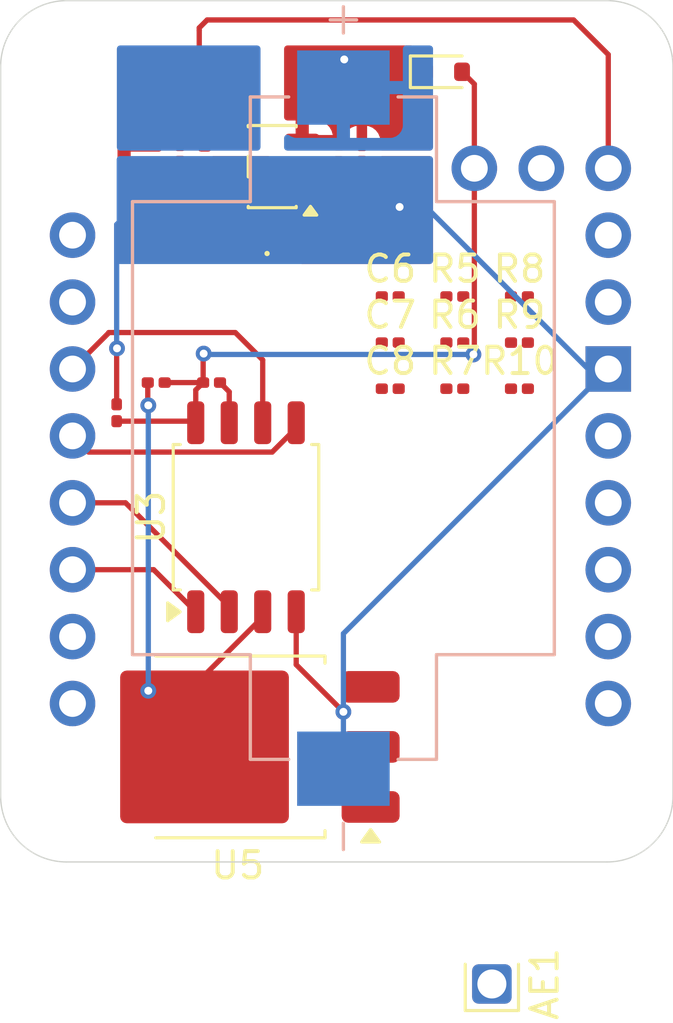
<source format=kicad_pcb>
(kicad_pcb (version 20241229) (generator "pcbnew") (generator_version "9.0")
  (layers (0 "F.Cu" signal) (4 "In1.Cu" signal) (6 "In2.Cu" signal) (2 "B.Cu" signal) (13 "F.Paste" user) (15 "B.Paste" user) (5 "F.SilkS" user "F.Silkscreen") (7 "B.SilkS" user "B.Silkscreen") (1 "F.Mask" user) (3 "B.Mask" user) (25 "Edge.Cuts" user))
  (net 0 "")
  (net 1 "Net-(AE1-A)")
  (net 2 "Net-(U1-PROG)")
  (net 3 "VIN")
  (net 4 "0{slash}LPIO3")
  (net 5 "VBAT")
  (net 6 "Net-(D1-K)")
  (net 7 "2{slash}LPIO1{slash}TX")
  (net 8 "1{slash}LPIO2{slash}RX")
  (net 9 "5{slash}LPIO0")
  (net 10 "Net-(U1-STAT)")
  (net 11 "Net-(U3-~{WP}{slash}IO_{2})")
  (net 12 "Net-(U3-~{HOLD}{slash}~{RESET}{slash}IO_{3})")
  (net 15 "11{slash}A1")
  (net 16 "VDDIO_EXT")
  (net 18 "10{slash}A0")
  (net 19 "3{slash}SCL1")
  (net 20 "4{slash}SDA1")
  (net 21 "7{slash}CIPO")
  (net 22 "6{slash}CS")
  (net 23 "9{slash}SCLK")
  (net 24 "8{slash}COPI")
  (net 25 "DIODE")
  (net 26 "FORCE-")
  (net 27 "FORCE+")
  (net 28 "STRAIN+")
  (net 29 "STRAIN-")
  (net 30 "VRF")
  (footprint "Resistor_SMD:R_0201_0603Metric" (layer "F.Cu") (at 225.845 82.05)
    (property "Reference" "R9" (at 0 -1.05 0) (layer "F.SilkS"))
    (property "Value" "Rwire")
    (pad "1" smd roundrect (at -0.32 0) (size 0.46 0.4) (layers "F.Cu" "F.Mask") (net 29 "STRAIN-"))
    (pad "2" smd roundrect (at 0.32 0) (size 0.46 0.4) (layers "F.Cu" "F.Mask") (net 26 "FORCE-"))
  )
  (footprint "Resistor_SMD:R_0201_0603Metric" (layer "F.Cu") (at 223.395 83.8)
    (property "Reference" "R7" (at 0 -1.05 0) (layer "F.SilkS"))
    (property "Value" "100")
    (pad "1" smd roundrect (at -0.32 0) (size 0.46 0.4) (layers "F.Cu" "F.Mask") (net 5 "VBAT"))
    (pad "2" smd roundrect (at 0.32 0) (size 0.46 0.4) (layers "F.Cu" "F.Mask") (net 19 "3{slash}SCL1"))
  )
  (footprint "Resistor_SMD:R_0201_0603Metric" (layer "F.Cu") (at 216.967767 78.222767 90)
    (property "Reference" "R2" (hide yes))
    (property "Value" "470 Ω" (hide yes))
    (pad "1" smd roundrect (at -0.32 0 90) (size 0.46 0.4) (layers "F.Cu" "F.Mask") (net 6 "Net-(D1-K)"))
    (pad "2" smd roundrect (at 0.32 0 90) (size 0.46 0.4) (layers "F.Cu" "F.Mask") (net 10 "Net-(U1-STAT)"))
  )
  (footprint "Capacitor_SMD:C_0201_0603Metric" (layer "F.Cu") (at 220.945 80.3)
    (property "Reference" "C6" (at 0 -1.05 0) (layer "F.SilkS"))
    (property "Value" "1 uF")
    (pad "1" smd roundrect (at -0.32 0) (size 0.46 0.4) (layers "F.Cu" "F.Mask") (net 26 "FORCE-"))
    (pad "2" smd roundrect (at 0.32 0) (size 0.46 0.4) (layers "F.Cu" "F.Mask") (net 27 "FORCE+"))
  )
  (footprint "Capacitor_SMD:C_0201_0603Metric" (layer "F.Cu") (at 210.567767 84.712767 90)
    (property "Reference" "C4" (hide yes))
    (property "Value" "1 uF" (hide yes))
    (pad "1" smd roundrect (at -0.32 0 90) (size 0.46 0.4) (layers "F.Cu" "F.Mask") (net 5 "VBAT"))
    (pad "2" smd roundrect (at 0.32 0 90) (size 0.46 0.4) (layers "F.Cu" "F.Mask") (net 26 "FORCE-"))
  )
  (footprint "RF_Antenna:NiceRF_SW868-TH13_868Mhz" (layer "F.Cu") (at 224.8 106.4 90)
    (property "Reference" "AE1" (at 0 2 90) (layer "F.SilkS"))
    (property "Value" "Antenna")
    (fp_line (start -1.01 -1.01) (end 0.75 -1.01) (stroke (width 0.12)) (layer "F.SilkS"))
    (fp_line (start 0.75 1.01) (end -1.01 1.01) (stroke (width 0.12)) (layer "F.SilkS"))
    (fp_line (start -1.01 1.01) (end -1.01 -1.01) (stroke (width 0.12)) (layer "F.SilkS"))
    (pad "1" thru_hole roundrect (at 0 0) (size 1.5 1.5) (drill 1.1) (layers "*.Cu" "*.Mask") (roundrect_rratio 0.1640419948) (net 1 "Net-(AE1-A)"))
  )
  (footprint "Resistor_SMD:R_0201_0603Metric" (layer "F.Cu") (at 223.395 82.05)
    (property "Reference" "R6" (at 0 -1.05 0) (layer "F.SilkS"))
    (property "Value" "100")
    (pad "1" smd roundrect (at -0.32 0) (size 0.46 0.4) (layers "F.Cu" "F.Mask") (net 5 "VBAT"))
    (pad "2" smd roundrect (at 0.32 0) (size 0.46 0.4) (layers "F.Cu" "F.Mask") (net 19 "3{slash}SCL1"))
  )
  (footprint "Capacitor_SMD:C_0201_0603Metric" (layer "F.Cu") (at 219.867767 74.867767 -90)
    (property "Reference" "C2" (hide yes))
    (property "Value" "4.7 μF" (hide yes))
    (pad "1" smd roundrect (at -0.32 0 270) (size 0.46 0.4) (layers "F.Cu" "F.Mask") (net 25 "DIODE"))
    (pad "2" smd roundrect (at 0.32 0 270) (size 0.46 0.4) (layers "F.Cu" "F.Mask") (net 26 "FORCE-"))
  )
  (footprint "Package_TO_SOT_SMD:SOT-23-5" (layer "F.Cu") (at 216.467767 75.367767 180)
    (property "Reference" "U1" (hide yes))
    (property "Value" "MCP73831-2-OT" (hide yes))
    (fp_line (start 0.91 1.56) (end -0.91 1.56) (stroke (width 0.12)) (layer "F.SilkS"))
    (fp_line (start 0.91 1.51) (end 0.91 1.56) (stroke (width 0.12)) (layer "F.SilkS"))
    (fp_line (start 0.91 -0.39) (end 0.91 0.39) (stroke (width 0.12)) (layer "F.SilkS"))
    (fp_line (start 0.91 -1.56) (end 0.91 -1.51) (stroke (width 0.12)) (layer "F.SilkS"))
    (fp_line (start -0.91 1.56) (end -0.91 1.51) (stroke (width 0.12)) (layer "F.SilkS"))
    (fp_line (start -0.91 -1.51) (end -0.91 -1.56) (stroke (width 0.12)) (layer "F.SilkS"))
    (fp_line (start -0.91 -1.56) (end 0.91 -1.56) (stroke (width 0.12)) (layer "F.SilkS"))
    (fp_poly (pts (xy -1.45 -1.51) (xy -1.69 -1.84) (xy -1.21 -1.84)) (stroke (width 0.12)) (fill yes) (layer "F.SilkS"))
    (pad "1" smd roundrect (at -1.1375 -0.95 180) (size 1.325 0.6) (layers "F.Cu" "F.Mask" "F.Paste") (net 10 "Net-(U1-STAT)"))
    (pad "2" smd roundrect (at -1.1375 0 180) (size 1.325 0.6) (layers "F.Cu" "F.Mask" "F.Paste") (net 26 "FORCE-"))
    (pad "3" smd roundrect (at -1.1375 0.95 180) (size 1.325 0.6) (layers "F.Cu" "F.Mask" "F.Paste") (net 25 "DIODE"))
    (pad "4" smd roundrect (at 1.1375 0.95 180) (size 1.325 0.6) (layers "F.Cu" "F.Mask" "F.Paste") (net 3 "VIN"))
    (pad "5" smd roundrect (at 1.1375 -0.95 180) (size 1.325 0.6) (layers "F.Cu" "F.Mask" "F.Paste") (net 2 "Net-(U1-PROG)"))
  )
  (footprint "Package_TO_SOT_SMD:TO-252-3_TabPin2" (layer "F.Cu") (at 215.16 97.4 180)
    (property "Reference" "U5" (at 0 -4.5 0) (layer "F.SilkS"))
    (property "Value" "PCC110")
    (fp_line (start 3.11 3.45) (end -3.31 3.45) (stroke (width 0.12)) (layer "F.SilkS"))
    (fp_line (start 3.11 -3.45) (end -3.31 -3.45) (stroke (width 0.12)) (layer "F.SilkS"))
    (fp_line (start -3.31 3.45) (end -3.31 3.18) (stroke (width 0.12)) (layer "F.SilkS"))
    (fp_line (start -3.31 -3.45) (end -3.31 -3.18) (stroke (width 0.12)) (layer "F.SilkS"))
    (fp_poly (pts (xy -5.04 -3.14) (xy -5.38 -3.61) (xy -4.7 -3.61)) (stroke (width 0.12)) (fill yes) (layer "F.SilkS"))
    (pad "1" smd roundrect (at -5.04 -2.28 180) (size 2.2 1.2) (layers "F.Cu" "F.Mask" "F.Paste") (roundrect_rratio 0.208333) (net 1 "Net-(AE1-A)"))
    (pad "2" smd roundrect (at -5.04 0 180) (size 2.2 1.2) (layers "F.Cu" "F.Mask" "F.Paste") (roundrect_rratio 0.208333) (net 26 "FORCE-"))
    (pad "2" smd roundrect (at 1.26 0 180) (size 6.4 5.8) (layers "F.Cu" "F.Mask") (roundrect_rratio 0.043103) (net 26 "FORCE-"))
    (pad "3" smd roundrect (at -5.04 2.28 180) (size 2.2 1.2) (layers "F.Cu" "F.Mask" "F.Paste") (roundrect_rratio 0.208333) (net 30 "VRF"))
  )
  (footprint "Capacitor_SMD:C_0201_0603Metric" (layer "F.Cu") (at 220.945 83.8)
    (property "Reference" "C8" (at 0 -1.05 0) (layer "F.SilkS"))
    (property "Value" "10 uF")
    (pad "1" smd roundrect (at -0.32 0) (size 0.46 0.4) (layers "F.Cu" "F.Mask") (net 27 "FORCE+"))
    (pad "2" smd roundrect (at 0.32 0) (size 0.46 0.4) (layers "F.Cu" "F.Mask") (net 20 "4{slash}SDA1"))
  )
  (footprint "Diode_SMD:D_SOD-523" (layer "F.Cu") (at 222.967767 71.767767)
    (property "Reference" "D2" (hide yes))
    (property "Value" "1N4148WT" (hide yes))
    (fp_line (start -1.26 -0.6) (end -1.26 0.6) (stroke (width 0.12)) (layer "F.SilkS"))
    (fp_line (start 0.7 -0.6) (end -1.26 -0.6) (stroke (width 0.12)) (layer "F.SilkS"))
    (fp_line (start 0.7 0.6) (end -1.26 0.6) (stroke (width 0.12)) (layer "F.SilkS"))
    (pad "1" smd roundrect (at -0.7 0 180) (size 0.6 0.7) (layers "F.Cu" "F.Mask" "F.Paste") (net 25 "DIODE"))
    (pad "2" smd roundrect (at 0.7 0 180) (size 0.6 0.7) (layers "F.Cu" "F.Mask" "F.Paste") (net 5 "VBAT"))
  )
  (footprint "Resistor_SMD:R_0201_0603Metric" (layer "F.Cu") (at 223.395 80.3)
    (property "Reference" "R5" (at 0 -1.05 0) (layer "F.SilkS"))
    (property "Value" "470")
    (pad "1" smd roundrect (at -0.32 0) (size 0.46 0.4) (layers "F.Cu" "F.Mask") (net 27 "FORCE+"))
    (pad "2" smd roundrect (at 0.32 0) (size 0.46 0.4) (layers "F.Cu" "F.Mask") (net 20 "4{slash}SDA1"))
  )
  (footprint "footprints:Arduino_Nicla_Sense" (layer "F.Cu") (at 207.624267 74.161767)
    (property "Reference" "U2" (hide yes))
    (property "Value" "~" (hide yes))
    (pad "1" thru_hole circle (at 1.27 3.81) (size 1.7272 1.7272) (drill 1.016) (layers "*.Cu" "*.Mask") (net 18 "10{slash}A0"))
    (pad "2" thru_hole circle (at 1.27 6.35) (size 1.7272 1.7272) (drill 1.016) (layers "*.Cu" "*.Mask") (net 15 "11{slash}A1"))
    (pad "3" thru_hole circle (at 1.27 8.89) (size 1.7272 1.7272) (drill 1.016) (layers "*.Cu" "*.Mask") (net 23 "9{slash}SCLK"))
    (pad "4" thru_hole circle (at 1.27 11.43) (size 1.7272 1.7272) (drill 1.016) (layers "*.Cu" "*.Mask") (net 21 "7{slash}CIPO"))
    (pad "5" thru_hole circle (at 1.27 13.97) (size 1.7272 1.7272) (drill 1.016) (layers "*.Cu" "*.Mask") (net 24 "8{slash}COPI"))
    (pad "6" thru_hole circle (at 1.27 16.51) (size 1.7272 1.7272) (drill 1.016) (layers "*.Cu" "*.Mask") (net 22 "6{slash}CS"))
    (pad "7" thru_hole circle (at 1.27 19.05) (size 1.7272 1.7272) (drill 1.016) (layers "*.Cu" "*.Mask"))
    (pad "8" thru_hole circle (at 1.27 21.59) (size 1.7272 1.7272) (drill 1.016) (layers "*.Cu" "*.Mask") (net 9 "5{slash}LPIO0"))
    (pad "9" thru_hole circle (at 21.59 21.59) (size 1.7272 1.7272) (drill 1.016) (layers "*.Cu" "*.Mask") (net 20 "4{slash}SDA1"))
    (pad "10" thru_hole circle (at 21.59 19.05) (size 1.7272 1.7272) (drill 1.016) (layers "*.Cu" "*.Mask") (net 19 "3{slash}SCL1"))
    (pad "11" thru_hole circle (at 21.59 16.51) (size 1.7272 1.7272) (drill 1.016) (layers "*.Cu" "*.Mask") (net 7 "2{slash}LPIO1{slash}TX"))
    (pad "12" thru_hole circle (at 21.59 13.97) (size 1.7272 1.7272) (drill 1.016) (layers "*.Cu" "*.Mask") (net 8 "1{slash}LPIO2{slash}RX"))
    (pad "13" thru_hole circle (at 21.59 11.43) (size 1.7272 1.7272) (drill 1.016) (layers "*.Cu" "*.Mask") (net 4 "0{slash}LPIO3"))
    (pad "14" thru_hole rect (at 21.59 8.89) (size 1.7272 1.7272) (drill 1.016) (layers "*.Cu" "*.Mask") (net 26 "FORCE-"))
    (pad "15" thru_hole circle (at 21.59 6.35) (size 1.7272 1.7272) (drill 1.016) (layers "*.Cu" "*.Mask") (net 16 "VDDIO_EXT"))
    (pad "16" thru_hole circle (at 21.59 3.81) (size 1.7272 1.7272) (drill 1.016) (layers "*.Cu" "*.Mask"))
    (pad "17" thru_hole circle (at 21.59 1.27) (size 1.7272 1.7272) (drill 1.016) (layers "*.Cu" "*.Mask") (net 3 "VIN"))
    (pad "18" thru_hole circle (at 19.05 1.27) (size 1.7272 1.7272) (drill 1.016) (layers "*.Cu" "*.Mask"))
    (pad "19" thru_hole circle (at 16.51 1.27) (size 1.7272 1.7272) (drill 1.016) (layers "*.Cu" "*.Mask") (net 5 "VBAT"))
  )
  (footprint "Resistor_SMD:R_0201_0603Metric" (layer "F.Cu") (at 214.167767 83.567767)
    (property "Reference" "R4" (hide yes))
    (property "Value" "10 kΩ" (hide yes))
    (pad "1" smd roundrect (at -0.32 0) (size 0.46 0.4) (layers "F.Cu" "F.Mask") (net 5 "VBAT"))
    (pad "2" smd roundrect (at 0.32 0) (size 0.46 0.4) (layers "F.Cu" "F.Mask") (net 12 "Net-(U3-~{HOLD}{slash}~{RESET}{slash}IO_{3})"))
  )
  (footprint "Resistor_SMD:R_0201_0603Metric" (layer "F.Cu") (at 212.067767 83.567767 180)
    (property "Reference" "R3" (hide yes))
    (property "Value" "10 kΩ" (hide yes))
    (pad "1" smd roundrect (at -0.32 0 180) (size 0.46 0.4) (layers "F.Cu" "F.Mask") (net 5 "VBAT"))
    (pad "2" smd roundrect (at 0.32 0 180) (size 0.46 0.4) (layers "F.Cu" "F.Mask") (net 11 "Net-(U3-~{WP}{slash}IO_{2})"))
  )
  (footprint "Package_SO:SOIC-8_5.3x5.3mm_P1.27mm" (layer "F.Cu") (at 215.472767 88.680267 90)
    (property "Reference" "U3" (at 0 -3.6 90) (layer "F.SilkS"))
    (property "Value" "W25Q128JVS" (hide yes))
    (fp_line (start 2.76 -2.76) (end 2.76 -2.49) (stroke (width 0.12)) (layer "F.SilkS"))
    (fp_line (start -2.76 -2.76) (end 2.76 -2.76) (stroke (width 0.12)) (layer "F.SilkS"))
    (fp_line (start -2.76 -2.49) (end -2.76 -2.76) (stroke (width 0.12)) (layer "F.SilkS"))
    (fp_line (start 2.76 2.49) (end 2.76 2.76) (stroke (width 0.12)) (layer "F.SilkS"))
    (fp_line (start 2.76 2.76) (end -2.76 2.76) (stroke (width 0.12)) (layer "F.SilkS"))
    (fp_line (start -2.76 2.76) (end -2.76 2.49) (stroke (width 0.12)) (layer "F.SilkS"))
    (fp_poly (pts (xy -3.59 -2.5) (xy -3.93 -2.97) (xy -3.25 -2.97)) (stroke (width 0.12)) (fill yes) (layer "F.SilkS"))
    (pad "1" smd roundrect (at -3.5875 -1.905 90) (size 1.625 0.65) (layers "F.Cu" "F.Mask" "F.Paste") (net 22 "6{slash}CS"))
    (pad "2" smd roundrect (at -3.5875 -0.635 90) (size 1.625 0.65) (layers "F.Cu" "F.Mask" "F.Paste") (net 24 "8{slash}COPI"))
    (pad "3" smd roundrect (at -3.5875 0.635 90) (size 1.625 0.65) (layers "F.Cu" "F.Mask" "F.Paste") (net 11 "Net-(U3-~{WP}{slash}IO_{2})"))
    (pad "4" smd roundrect (at -3.5875 1.905 90) (size 1.625 0.65) (layers "F.Cu" "F.Mask" "F.Paste") (net 26 "FORCE-"))
    (pad "5" smd roundrect (at 3.5875 1.905 90) (size 1.625 0.65) (layers "F.Cu" "F.Mask" "F.Paste") (net 21 "7{slash}CIPO"))
    (pad "6" smd roundrect (at 3.5875 0.635 90) (size 1.625 0.65) (layers "F.Cu" "F.Mask" "F.Paste") (net 23 "9{slash}SCLK"))
    (pad "7" smd roundrect (at 3.5875 -0.635 90) (size 1.625 0.65) (layers "F.Cu" "F.Mask" "F.Paste") (net 12 "Net-(U3-~{HOLD}{slash}~{RESET}{slash}IO_{3})"))
    (pad "8" smd roundrect (at 3.5875 -1.905 90) (size 1.625 0.65) (layers "F.Cu" "F.Mask" "F.Paste") (net 5 "VBAT"))
  )
  (footprint "Capacitor_SMD:C_0201_0603Metric" (layer "F.Cu") (at 220.945 82.05)
    (property "Reference" "C7" (at 0 -1.05 0) (layer "F.SilkS"))
    (property "Value" "100 uF")
    (pad "1" smd roundrect (at -0.32 0) (size 0.46 0.4) (layers "F.Cu" "F.Mask") (net 26 "FORCE-"))
    (pad "2" smd roundrect (at 0.32 0) (size 0.46 0.4) (layers "F.Cu" "F.Mask") (net 27 "FORCE+"))
  )
  (footprint "Resistor_SMD:R_0201_0603Metric" (layer "F.Cu") (at 215.422767 77.767767 180)
    (property "Reference" "R1" (hide yes))
    (property "Value" "2.2 kΩ" (hide yes))
    (pad "1" smd roundrect (at -0.32 0 180) (size 0.46 0.4) (layers "F.Cu" "F.Mask") (net 2 "Net-(U1-PROG)"))
    (pad "2" smd roundrect (at 0.32 0 180) (size 0.46 0.4) (layers "F.Cu" "F.Mask") (net 26 "FORCE-"))
  )
  (footprint "Resistor_SMD:R_0201_0603Metric" (layer "F.Cu") (at 225.845 83.8)
    (property "Reference" "R10" (at 0 -1.05 0) (layer "F.SilkS"))
    (property "Value" "100")
    (pad "1" smd roundrect (at -0.32 0) (size 0.46 0.4) (layers "F.Cu" "F.Mask") (net 19 "3{slash}SCL1"))
    (pad "2" smd roundrect (at 0.32 0) (size 0.46 0.4) (layers "F.Cu" "F.Mask") (net 26 "FORCE-"))
  )
  (footprint "Resistor_SMD:R_0201_0603Metric" (layer "F.Cu") (at 225.845 80.3)
    (property "Reference" "R8" (at 0 -1.05 0) (layer "F.SilkS"))
    (property "Value" "Rwire")
    (pad "1" smd roundrect (at -0.32 0) (size 0.46 0.4) (layers "F.Cu" "F.Mask") (net 19 "3{slash}SCL1"))
    (pad "2" smd roundrect (at 0.32 0) (size 0.46 0.4) (layers "F.Cu" "F.Mask") (net 28 "STRAIN+"))
  )
  (footprint "Diode_SMD:D_0201_0603Metric" (layer "F.Cu") (at 215.412767 78.667767 180)
    (property "Reference" "D1" (hide yes))
    (property "Value" "RED" (hide yes))
    (fp_circle (center -0.86 0) (end -0.81 0) (stroke (width 0.1)) (fill no) (layer "F.SilkS"))
    (pad "1" smd roundrect (at -0.32 0 180) (size 0.46 0.4) (layers "F.Cu" "F.Mask") (net 6 "Net-(D1-K)"))
    (pad "2" smd roundrect (at 0.32 0 180) (size 0.46 0.4) (layers "F.Cu" "F.Mask") (net 3 "VIN"))
  )
  (footprint "Capacitor_SMD:C_0201_0603Metric" (layer "F.Cu") (at 212.967767 74.867767 90)
    (property "Reference" "C1" (hide yes))
    (property "Value" "4.7 μF" (hide yes))
    (pad "1" smd roundrect (at -0.32 0 90) (size 0.46 0.4) (layers "F.Cu" "F.Mask") (net 26 "FORCE-"))
    (pad "2" smd roundrect (at 0.32 0 90) (size 0.46 0.4) (layers "F.Cu" "F.Mask") (net 3 "VIN"))
  )
  (footprint "footprints:BAT_504" (layer "B.Cu") (at 219.167767 85.297767 -90)
    (property "Reference" "BT1" (hide yes))
    (property "Value" "LIR2032" (hide yes))
    (fp_line (start -8.6 8) (end 8.6 8) (stroke (width 0.127)) (layer "B.SilkS"))
    (fp_line (start 8.6 8) (end 8.6 3.5305) (stroke (width 0.127)) (layer "B.SilkS"))
    (fp_line (start -12.575 3.5305) (end -8.6 3.5305) (stroke (width 0.127)) (layer "B.SilkS"))
    (fp_line (start -8.6 3.5305) (end -8.6 8) (stroke (width 0.127)) (layer "B.SilkS"))
    (fp_line (start 8.6 3.5305) (end 12.575 3.5305) (stroke (width 0.127)) (layer "B.SilkS"))
    (fp_line (start 12.575 3.5305) (end 12.575 2.075) (stroke (width 0.127)) (layer "B.SilkS"))
    (fp_line (start -12.575 2.075) (end -12.575 3.5305) (stroke (width 0.127)) (layer "B.SilkS"))
    (fp_line (start -15.5 0.5) (end -15.5 -0.5) (stroke (width 0.127)) (layer "B.SilkS"))
    (fp_line (start -15 0) (end -16 0) (stroke (width 0.127)) (layer "B.SilkS"))
    (fp_line (start 15 0) (end 16 0) (stroke (width 0.127)) (layer "B.SilkS"))
    (fp_line (start -12.575 -3.5305) (end -12.575 -2.075) (stroke (width 0.127)) (layer "B.SilkS"))
    (fp_line (start -8.6 -3.5305) (end -12.575 -3.5305) (stroke (width 0.127)) (layer "B.SilkS"))
    (fp_line (start 8.6 -3.5305) (end 8.6 -8) (stroke (width 0.127)) (layer "B.SilkS"))
    (fp_line (start 12.575 -3.5305) (end 12.575 -2.075) (stroke (width 0.127)) (layer "B.SilkS"))
    (fp_line (start 12.575 -3.5305) (end 8.6 -3.5305) (stroke (width 0.127)) (layer "B.SilkS"))
    (fp_line (start -8.6 -8) (end -8.6 -3.5305) (stroke (width 0.127)) (layer "B.SilkS"))
    (fp_line (start 8.6 -8) (end -8.6 -8) (stroke (width 0.127)) (layer "B.SilkS"))
    (pad "N" smd rect (at 12.93 0 270) (size 2.82 3.51) (layers "B.Cu" "B.Mask" "B.Paste") (net 26 "FORCE-"))
    (pad "P" smd rect (at -12.93 0 270) (size 2.82 3.51) (layers "B.Cu" "B.Mask" "B.Paste") (net 25 "DIODE"))
  )
  (gr_line (start 206.167767 99.267767) (end 206.167767 71.567767) (stroke (width 0.05)) (layer "Edge.Cuts"))
  (gr_arc (start 231.667767 99.267767) (mid 230.935534 101.035534) (end 229.167767 101.767767) (stroke (width 0.05)) (layer "Edge.Cuts"))
  (gr_arc (start 208.667767 101.767767) (mid 206.9 101.035534) (end 206.167767 99.267767) (stroke (width 0.05)) (layer "Edge.Cuts"))
  (gr_line (start 229.167767 101.767767) (end 208.667767 101.767767) (stroke (width 0.05)) (layer "Edge.Cuts"))
  (gr_line (start 231.667767 71.567767) (end 231.667767 99.267767) (stroke (width 0.05)) (layer "Edge.Cuts"))
  (gr_line (start 208.667767 69.067767) (end 229.167767 69.067767) (stroke (width 0.05)) (layer "Edge.Cuts"))
  (gr_arc (start 229.167767 69.067767) (mid 230.935534 69.8) (end 231.667767 71.567767) (stroke (width 0.05)) (layer "Edge.Cuts"))
  (gr_arc (start 206.167767 71.567767) (mid 206.9 69.8) (end 208.667767 69.067767) (stroke (width 0.05)) (layer "Edge.Cuts"))
  (segment (start 215.742767 76.730267) (end 215.330267 76.317767) (width 0.2) (layer "F.Cu") (net 2))
  (segment (start 215.742767 77.767767) (end 215.742767 76.730267) (width 0.2) (layer "F.Cu") (net 2))
  (segment (start 213.7 70.2) (end 213.7 71.5) (width 0.2) (layer "F.Cu") (net 3))
  (segment (start 229.214267 71.114267) (end 228.2 70.1) (width 0.2) (layer "F.Cu") (net 3))
  (segment (start 228.2 70.1) (end 227.9 69.8) (width 0.2) (layer "F.Cu") (net 3))
  (segment (start 227.9 69.8) (end 214 69.8) (width 0.2) (layer "F.Cu") (net 3))
  (segment (start 214 69.8) (end 213.7 70.1) (width 0.2) (layer "F.Cu") (net 3))
  (segment (start 213.7 70.1) (end 213.7 70.2) (width 0.2) (layer "F.Cu") (net 3))
  (segment (start 229.214267 75.431767) (end 229.214267 71.114267) (width 0.2) (layer "F.Cu") (net 3))
  (segment (start 213.507767 85.032767) (end 213.567767 85.092767) (width 0.2) (layer "F.Cu") (net 5))
  (segment (start 224.134267 75.431767) (end 224.134267 72.234267) (width 0.2) (layer "F.Cu") (net 5))
  (segment (start 213.847767 83.567767) (end 212.387767 83.567767) (width 0.2) (layer "F.Cu") (net 5))
  (segment (start 213.847767 83.567767) (end 213.847767 82.487767) (width 0.2) (layer "F.Cu") (net 5))
  (segment (start 213.567767 85.092767) (end 213.567767 84.947767) (width 0.2) (layer "F.Cu") (net 5))
  (segment (start 224.134267 72.234267) (end 223.667767 71.767767) (width 0.2) (layer "F.Cu") (net 5))
  (segment (start 224.134267 75.431767) (end 224.134267 82.465733) (width 0.2) (layer "F.Cu") (net 5))
  (segment (start 224.134267 82.465733) (end 224.1 82.5) (width 0.2) (layer "F.Cu") (net 5))
  (segment (start 213.847767 82.487767) (end 213.867767 82.467767) (width 0.2) (layer "F.Cu") (net 5))
  (segment (start 213.567767 83.847767) (end 213.847767 83.567767) (width 0.2) (layer "F.Cu") (net 5))
  (segment (start 213.567767 85.092767) (end 213.567767 83.847767) (width 0.2) (layer "F.Cu") (net 5))
  (segment (start 210.567767 85.032767) (end 213.507767 85.032767) (width 0.2) (layer "F.Cu") (net 5))
  (via (at 213.867767 82.467767) (size 0.6) (drill 0.3) (layers "F.Cu" "B.Cu") (net 5))
  (via (at 224.1 82.5) (size 0.6) (drill 0.3) (layers "F.Cu" "B.Cu") (net 5))
  (segment (start 213.9 82.5) (end 213.867767 82.467767) (width 0.2) (layer "B.Cu") (net 5))
  (segment (start 224.1 82.5) (end 213.9 82.5) (width 0.2) (layer "B.Cu") (net 5))
  (segment (start 215.732767 78.667767) (end 216.842767 78.667767) (width 0.2) (layer "F.Cu") (net 6))
  (segment (start 216.842767 78.667767) (end 216.967767 78.542767) (width 0.2) (layer "F.Cu") (net 6))
  (segment (start 216.967767 76.955267) (end 217.605267 76.317767) (width 0.2) (layer "F.Cu") (net 10))
  (segment (start 216.967767 77.902767) (end 216.967767 76.955267) (width 0.2) (layer "F.Cu") (net 10))
  (segment (start 211.767767 95.267767) (end 213.310257 95.267767) (width 0.2) (layer "F.Cu") (net 11))
  (segment (start 211.747767 84.412767) (end 211.767767 84.432767) (width 0.2) (layer "F.Cu") (net 11))
  (segment (start 213.310257 95.267767) (end 216.107767 92.470257) (width 0.2) (layer "F.Cu") (net 11))
  (segment (start 211.747767 83.767767) (end 211.747767 84.412767) (width 0.2) (layer "F.Cu") (net 11))
  (segment (start 216.107767 92.470257) (end 216.107767 92.267767) (width 0.2) (layer "F.Cu") (net 11))
  (via (at 211.767767 84.432767) (size 0.6) (drill 0.3) (layers "F.Cu" "B.Cu") (net 11))
  (via (at 211.767767 95.267767) (size 0.6) (drill 0.3) (layers "F.Cu" "B.Cu") (net 11))
  (segment (start 211.767767 84.432767) (end 211.767767 95.267767) (width 0.2) (layer "B.Cu") (net 11))
  (segment (start 214.837767 83.917767) (end 214.487767 83.567767) (width 0.2) (layer "F.Cu") (net 12))
  (segment (start 214.837767 85.092767) (end 214.837767 83.917767) (width 0.2) (layer "F.Cu") (net 12))
  (segment (start 217.377767 85.295257) (end 217.377767 85.092767) (width 0.2) (layer "F.Cu") (net 21))
  (segment (start 209.508767 86.206267) (end 216.466757 86.206267) (width 0.2) (layer "F.Cu") (net 21))
  (segment (start 216.466757 86.206267) (end 217.377767 85.295257) (width 0.2) (layer "F.Cu") (net 21))
  (segment (start 217.377767 84.890277) (end 217.377767 85.092767) (width 0.2) (layer "F.Cu") (net 21))
  (segment (start 208.894267 85.591767) (end 209.508767 86.206267) (width 0.2) (layer "F.Cu") (net 21))
  (segment (start 211.971767 90.671767) (end 213.567767 92.267767) (width 0.2) (layer "F.Cu") (net 22))
  (segment (start 208.894267 90.671767) (end 211.971767 90.671767) (width 0.2) (layer "F.Cu") (net 22))
  (segment (start 215.067767 81.667767) (end 216.107767 82.707767) (width 0.2) (layer "F.Cu") (net 23))
  (segment (start 208.894267 83.051767) (end 210.267767 81.678267) (width 0.2) (layer "F.Cu") (net 23))
  (segment (start 210.267767 81.678267) (end 210.267767 81.667767) (width 0.2) (layer "F.Cu") (net 23))
  (segment (start 216.107767 82.707767) (end 216.107767 85.092767) (width 0.2) (layer "F.Cu") (net 23))
  (segment (start 210.267767 81.667767) (end 215.067767 81.667767) (width 0.2) (layer "F.Cu") (net 23))
  (segment (start 214.837767 92.065277) (end 214.837767 92.267767) (width 0.2) (layer "F.Cu") (net 24))
  (segment (start 208.894267 88.131767) (end 210.904257 88.131767) (width 0.2) (layer "F.Cu") (net 24))
  (segment (start 210.904257 88.131767) (end 214.837767 92.065277) (width 0.2) (layer "F.Cu") (net 24))
  (via (at 219.2 71.3) (size 0.6) (drill 0.3) (layers "F.Cu" "B.Cu") (net 25))
  (segment (start 219.167767 72.367767) (end 219.167767 71.332233) (width 0.2) (layer "B.Cu") (net 25))
  (segment (start 219.167767 71.332233) (end 219.2 71.3) (width 0.2) (layer "B.Cu") (net 25))
  (segment (start 217.377767 94.277767) (end 219.167767 96.067767) (width 0.2) (layer "F.Cu") (net 26))
  (segment (start 217.377767 92.267767) (end 217.377767 94.277767) (width 0.2) (layer "F.Cu") (net 26))
  (segment (start 210.567767 82.281165) (end 210.581165 82.267767) (width 0.2) (layer "F.Cu") (net 26))
  (segment (start 210.567767 84.392767) (end 210.567767 82.281165) (width 0.2) (layer "F.Cu") (net 26))
  (via (at 210.581165 82.267767) (size 0.6) (drill 0.3) (layers "F.Cu" "B.Cu") (net 26))
  (via (at 221.3 76.9) (size 0.6) (drill 0.3) (layers "F.Cu" "B.Cu") (net 26))
  (via (at 219.167767 96.067767) (size 0.6) (drill 0.3) (layers "F.Cu" "B.Cu") (net 26))
  (segment (start 228.451767 83.051767) (end 222.3 76.9) (width 0.2) (layer "B.Cu") (net 26))
  (segment (start 219.167767 98.227767) (end 219.167767 93.098267) (width 0.2) (layer "B.Cu") (net 26))
  (segment (start 210.567767 82.254369) (end 210.567767 77.567767) (width 0.2) (layer "B.Cu") (net 26))
  (segment (start 210.581165 82.267767) (end 210.567767 82.254369) (width 0.2) (layer "B.Cu") (net 26))
  (segment (start 219.167767 96.067767) (end 219.167767 98.227767) (width 0.2) (layer "B.Cu") (net 26))
  (segment (start 219.167767 93.098267) (end 229.214267 83.051767) (width 0.2) (layer "B.Cu") (net 26))
  (segment (start 229.214267 83.051767) (end 228.451767 83.051767) (width 0.2) (layer "B.Cu") (net 26))
  (segment (start 222.3 76.9) (end 221.3 76.9) (width 0.2) (layer "B.Cu") (net 26))
  (segment (start 210.567767 77.567767) (end 211.267767 76.867767) (width 0.2) (layer "B.Cu") (net 26))
  (zone (net 3) (net_name "VIN") (layer "F.Cu") (priority 3) (connect_pads (clearance 0)) (min_thickness 0.25) (fill yes (thermal_gap 0.5) (thermal_bridge_width 0.5))
    (polygon (pts (xy 210.6 70.8) (xy 210.6 77.8) (xy 211.6 78.9) (xy 215.4 78.9) (xy 215.4 78.4) (xy 211.9 78.4) (xy 211.1 77.5) (xy 211.1 74.8) (xy 216 74.8) (xy 216 70.8)))
  )
  (zone (net 26) (net_name "FORCE-") (layers "F.Cu" "B.Cu") (priority 1) (connect_pads (clearance 0)) (min_thickness 0.25) (fill yes (thermal_gap 0.5) (thermal_bridge_width 0.5) (island_removal_mode 1) (island_area_min 10))
    (polygon (pts (xy 215.367767 77.967767) (xy 210.967767 77.967767) (xy 210.967767 74.967767) (xy 222.567767 74.967767) (xy 222.567767 79.067767) (xy 217.467767 79.067767) (xy 217.467767 77.367767) (xy 215.367767 77.367767)))
  )
  (zone (net 25) (net_name "DIODE") (layers "F.Cu" "B.Cu") (connect_pads (clearance 0)) (min_thickness 0.25) (fill yes (thermal_gap 0.5) (thermal_bridge_width 0.5))
    (polygon (pts (xy 216.917767 70.767767) (xy 222.567767 70.767767) (xy 222.567767 74.767767) (xy 216.917767 74.767767)))
  )
  (zone (net 26) (net_name "FORCE-") (layer "B.Cu") (priority 2) (connect_pads (clearance 0)) (min_thickness 0.25) (fill yes (thermal_gap 0.5) (thermal_bridge_width 0.5))
    (polygon (pts (xy 210.567767 74.967767) (xy 222.567767 74.967767) (xy 222.567767 79.067767) (xy 210.567767 79.067767)))
  )
  (zone (net 3) (net_name "VIN") (layer "B.Cu") (connect_pads (clearance 0)) (min_thickness 0.25) (fill yes (thermal_gap 0.5) (thermal_bridge_width 0.5))
    (polygon (pts (xy 210.574539 70.767767) (xy 216.024539 70.767767) (xy 216.024539 74.767767) (xy 210.574539 74.767767)))
  )
)
</source>
